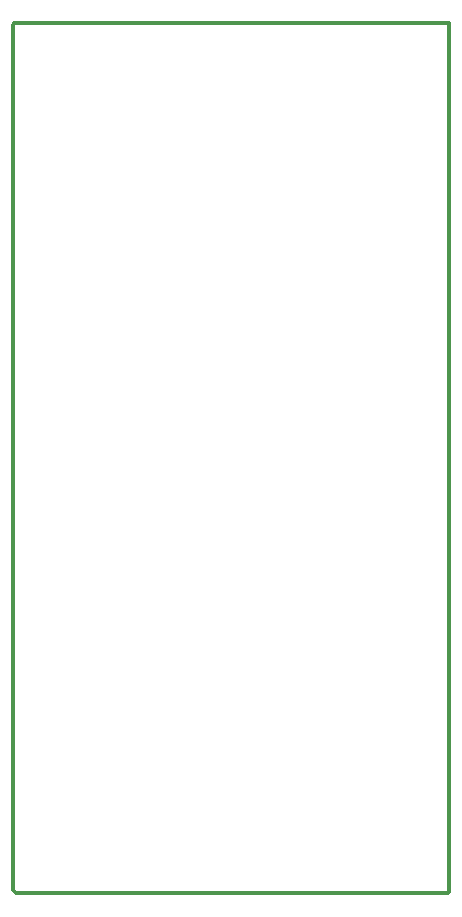
<source format=gbr>
G04*
G04 #@! TF.GenerationSoftware,Altium Limited,Altium Designer,22.4.2 (48)*
G04*
G04 Layer_Color=8388736*
%FSLAX44Y44*%
%MOMM*%
G71*
G04*
G04 #@! TF.SameCoordinates,FA8E5277-3887-454B-883E-EC14CB0092E5*
G04*
G04*
G04 #@! TF.FilePolarity,Positive*
G04*
G01*
G75*
%ADD41C,0.3000*%
D41*
X723900Y1193800D02*
X1092200D01*
X722630Y1192530D02*
X723900Y1193800D01*
X1092200D02*
X1092200Y470031D01*
X1090930Y457200D02*
X1092200Y458470D01*
Y470031D01*
X725170Y457200D02*
X1090930D01*
X722630Y459740D02*
Y1192530D01*
Y459740D02*
X725170Y457200D01*
M02*

</source>
